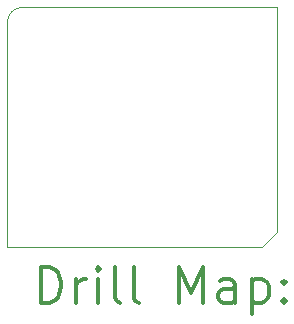
<source format=gbr>
%FSLAX45Y45*%
G04 Gerber Fmt 4.5, Leading zero omitted, Abs format (unit mm)*
G04 Created by KiCad (PCBNEW 5.1.6-c6e7f7d~87~ubuntu20.04.1) date 2020-09-28 13:15:50*
%MOMM*%
%LPD*%
G01*
G04 APERTURE LIST*
%TA.AperFunction,Profile*%
%ADD10C,0.050000*%
%TD*%
%ADD11C,0.200000*%
%ADD12C,0.300000*%
G04 APERTURE END LIST*
D10*
X5969000Y-6858000D02*
X5842000Y-6985000D01*
X3683000Y-5080000D02*
G75*
G02*
X3810000Y-4953000I127000J0D01*
G01*
X5969000Y-4953000D02*
X3810000Y-4953000D01*
X5969000Y-6858000D02*
X5969000Y-4953000D01*
X3683000Y-6985000D02*
X5842000Y-6985000D01*
X3683000Y-5080000D02*
X3683000Y-6985000D01*
D11*
D12*
X3966928Y-7453214D02*
X3966928Y-7153214D01*
X4038357Y-7153214D01*
X4081214Y-7167500D01*
X4109786Y-7196071D01*
X4124071Y-7224643D01*
X4138357Y-7281786D01*
X4138357Y-7324643D01*
X4124071Y-7381786D01*
X4109786Y-7410357D01*
X4081214Y-7438929D01*
X4038357Y-7453214D01*
X3966928Y-7453214D01*
X4266928Y-7453214D02*
X4266928Y-7253214D01*
X4266928Y-7310357D02*
X4281214Y-7281786D01*
X4295500Y-7267500D01*
X4324071Y-7253214D01*
X4352643Y-7253214D01*
X4452643Y-7453214D02*
X4452643Y-7253214D01*
X4452643Y-7153214D02*
X4438357Y-7167500D01*
X4452643Y-7181786D01*
X4466928Y-7167500D01*
X4452643Y-7153214D01*
X4452643Y-7181786D01*
X4638357Y-7453214D02*
X4609786Y-7438929D01*
X4595500Y-7410357D01*
X4595500Y-7153214D01*
X4795500Y-7453214D02*
X4766928Y-7438929D01*
X4752643Y-7410357D01*
X4752643Y-7153214D01*
X5138357Y-7453214D02*
X5138357Y-7153214D01*
X5238357Y-7367500D01*
X5338357Y-7153214D01*
X5338357Y-7453214D01*
X5609786Y-7453214D02*
X5609786Y-7296071D01*
X5595500Y-7267500D01*
X5566928Y-7253214D01*
X5509786Y-7253214D01*
X5481214Y-7267500D01*
X5609786Y-7438929D02*
X5581214Y-7453214D01*
X5509786Y-7453214D01*
X5481214Y-7438929D01*
X5466928Y-7410357D01*
X5466928Y-7381786D01*
X5481214Y-7353214D01*
X5509786Y-7338929D01*
X5581214Y-7338929D01*
X5609786Y-7324643D01*
X5752643Y-7253214D02*
X5752643Y-7553214D01*
X5752643Y-7267500D02*
X5781214Y-7253214D01*
X5838357Y-7253214D01*
X5866928Y-7267500D01*
X5881214Y-7281786D01*
X5895500Y-7310357D01*
X5895500Y-7396071D01*
X5881214Y-7424643D01*
X5866928Y-7438929D01*
X5838357Y-7453214D01*
X5781214Y-7453214D01*
X5752643Y-7438929D01*
X6024071Y-7424643D02*
X6038357Y-7438929D01*
X6024071Y-7453214D01*
X6009786Y-7438929D01*
X6024071Y-7424643D01*
X6024071Y-7453214D01*
X6024071Y-7267500D02*
X6038357Y-7281786D01*
X6024071Y-7296071D01*
X6009786Y-7281786D01*
X6024071Y-7267500D01*
X6024071Y-7296071D01*
M02*

</source>
